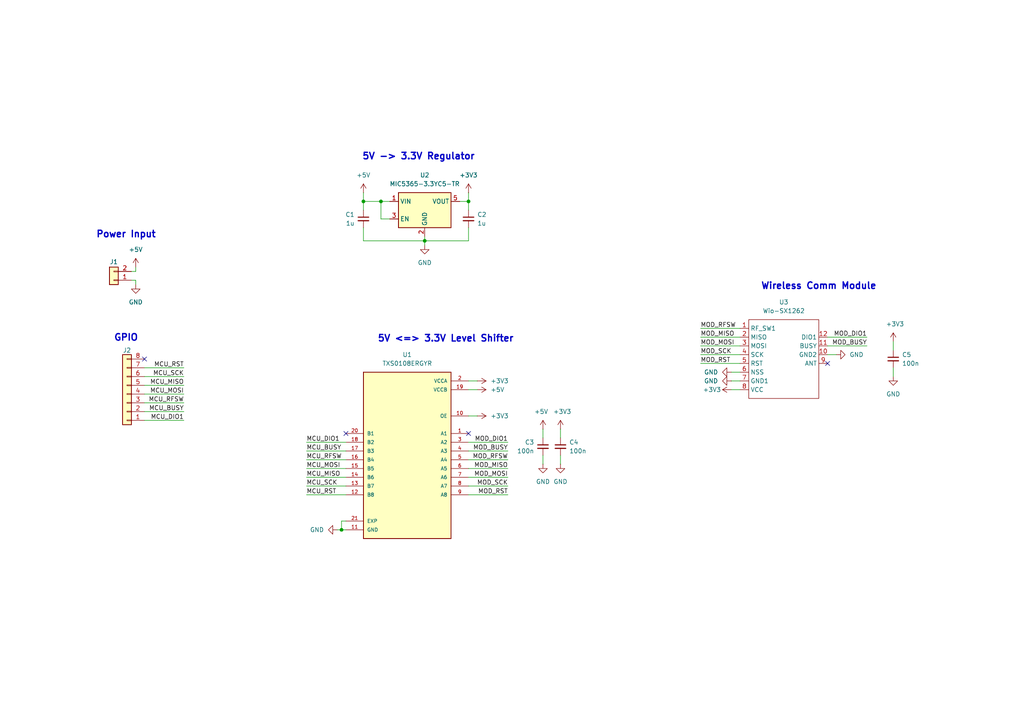
<source format=kicad_sch>
(kicad_sch (version 20250114) (generator "eeschema") (generator_version "9.0")
  (paper "A4")
  (title_block (title "Wireless Communication Unit") (date "2026-02-12") (rev "A") (company "Ryan Hausmann") (comment 1 "Rowan Motorsports"))
  (lib_symbols
    (symbol "Connector_Generic:Conn_01x02" (pin_names (offset 1.016) (hide yes))
      (property "Reference" "J" (at 0 2.54 0))
      (property "Value" "Conn_01x02" (at 0 -5.08 0))
      (symbol "Conn_01x02_1_1"
        (rectangle (start -1.27 1.27) (end 1.27 -3.81) (stroke (width 0.254)) (fill (type background)))
        (rectangle (start -1.27 0.127) (end 0 -0.127) (stroke (width 0.1524)))
        (rectangle (start -1.27 -2.413) (end 0 -2.667) (stroke (width 0.1524)))
        (pin passive line (at -5.08 0 0) (length 3.81) (name "Pin_1") (number "1"))
        (pin passive line (at -5.08 -2.54 0) (length 3.81) (name "Pin_2") (number "2"))
      )
    )
    (symbol "Connector_Generic:Conn_01x08" (pin_names (offset 1.016) (hide yes))
      (property "Reference" "J" (at 0 10.16 0))
      (property "Value" "Conn_01x08" (at 0 -12.7 0))
      (symbol "Conn_01x08_1_1"
        (rectangle (start -1.27 8.89) (end 1.27 -11.43) (stroke (width 0.254)) (fill (type background)))
        (rectangle (start -1.27 7.747) (end 0 7.493) (stroke (width 0.1524)))
        (rectangle (start -1.27 5.207) (end 0 4.953) (stroke (width 0.1524)))
        (rectangle (start -1.27 2.667) (end 0 2.413) (stroke (width 0.1524)))
        (rectangle (start -1.27 0.127) (end 0 -0.127) (stroke (width 0.1524)))
        (rectangle (start -1.27 -2.413) (end 0 -2.667) (stroke (width 0.1524)))
        (rectangle (start -1.27 -4.953) (end 0 -5.207) (stroke (width 0.1524)))
        (rectangle (start -1.27 -7.493) (end 0 -7.747) (stroke (width 0.1524)))
        (rectangle (start -1.27 -10.033) (end 0 -10.287) (stroke (width 0.1524)))
        (pin passive line (at -5.08 7.62 0) (length 3.81) (name "Pin_1") (number "1"))
        (pin passive line (at -5.08 5.08 0) (length 3.81) (name "Pin_2") (number "2"))
        (pin passive line (at -5.08 2.54 0) (length 3.81) (name "Pin_3") (number "3"))
        (pin passive line (at -5.08 0 0) (length 3.81) (name "Pin_4") (number "4"))
        (pin passive line (at -5.08 -2.54 0) (length 3.81) (name "Pin_5") (number "5"))
        (pin passive line (at -5.08 -5.08 0) (length 3.81) (name "Pin_6") (number "6"))
        (pin passive line (at -5.08 -7.62 0) (length 3.81) (name "Pin_7") (number "7"))
        (pin passive line (at -5.08 -10.16 0) (length 3.81) (name "Pin_8") (number "8"))
      )
    )
    (symbol "Device:C_Small" (pin_numbers (hide yes)) (pin_names (offset 0.254) (hide yes))
      (property "Reference" "C" (at 0.254 1.778 0))
      (property "Value" "C_Small" (at 0.254 -2.032 0))
      (symbol "C_Small_0_1"
        (polyline (pts (xy -1.524 0.508) (xy 1.524 0.508)) (stroke (width 0.3048)))
        (polyline (pts (xy -1.524 -0.508) (xy 1.524 -0.508)) (stroke (width 0.3302)))
      )
      (symbol "C_Small_1_1"
        (pin passive line (at 0 2.54 270) (length 2.032) (name "~") (number "1"))
        (pin passive line (at 0 -2.54 90) (length 2.032) (name "~") (number "2"))
      )
    )
    (symbol "Regulator_Linear:MIC5365-3.3YC5"
      (property "Reference" "U" (at -6.35 6.35 0))
      (property "Value" "MIC5365-3.3YC5" (at 0 6.35 0))
      (symbol "MIC5365-3.3YC5_0_1"
        (rectangle (start -7.62 -5.08) (end 7.62 5.08) (stroke (width 0.254)) (fill (type background)))
      )
      (symbol "MIC5365-3.3YC5_1_1"
        (pin power_in line (at -10.16 2.54 0) (length 2.54) (name "VIN") (number "1"))
        (pin input line (at -10.16 -2.54 0) (length 2.54) (name "EN") (number "3"))
        (pin power_in line (at 0 -7.62 90) (length 2.54) (name "GND") (number "2"))
        (pin no_connect line (at 7.62 -2.54 180) (length 2.54) (hide yes) (name "NC") (number "4"))
        (pin power_out line (at 10.16 2.54 180) (length 2.54) (name "VOUT") (number "5"))
      )
    )
    (symbol "TXS0108ERGYR:TXS0108ERGYR" (pin_names (offset 1.016))
      (property "Reference" "U" (at -12.7 23.86 0))
      (property "Value" "TXS0108ERGYR" (at -12.7 -27.94 0))
      (symbol "TXS0108ERGYR_0_0"
        (rectangle (start -12.7 -25.4) (end 12.7 22.86) (stroke (width 0.254)) (fill (type background)))
        (pin power_in line (at -17.78 20.32 0) (length 5.08) (name "VCCA") (number "2"))
        (pin power_in line (at -17.78 17.78 0) (length 5.08) (name "VCCB") (number "19"))
        (pin input line (at -17.78 10.16 0) (length 5.08) (name "OE") (number "10"))
        (pin bidirectional line (at -17.78 5.08 0) (length 5.08) (name "A1") (number "1"))
        (pin bidirectional line (at -17.78 2.54 0) (length 5.08) (name "A2") (number "3"))
        (pin bidirectional line (at -17.78 0 0) (length 5.08) (name "A3") (number "4"))
        (pin bidirectional line (at -17.78 -2.54 0) (length 5.08) (name "A4") (number "5"))
        (pin bidirectional line (at -17.78 -5.08 0) (length 5.08) (name "A5") (number "6"))
        (pin bidirectional line (at -17.78 -7.62 0) (length 5.08) (name "A6") (number "7"))
        (pin bidirectional line (at -17.78 -10.16 0) (length 5.08) (name "A7") (number "8"))
        (pin bidirectional line (at -17.78 -12.7 0) (length 5.08) (name "A8") (number "9"))
        (pin bidirectional line (at 17.78 5.08 180) (length 5.08) (name "B1") (number "20"))
        (pin bidirectional line (at 17.78 2.54 180) (length 5.08) (name "B2") (number "18"))
        (pin bidirectional line (at 17.78 0 180) (length 5.08) (name "B3") (number "17"))
        (pin bidirectional line (at 17.78 -2.54 180) (length 5.08) (name "B4") (number "16"))
        (pin bidirectional line (at 17.78 -5.08 180) (length 5.08) (name "B5") (number "15"))
        (pin bidirectional line (at 17.78 -7.62 180) (length 5.08) (name "B6") (number "14"))
        (pin bidirectional line (at 17.78 -10.16 180) (length 5.08) (name "B7") (number "13"))
        (pin bidirectional line (at 17.78 -12.7 180) (length 5.08) (name "B8") (number "12"))
        (pin power_in line (at 17.78 -20.32 180) (length 5.08) (name "EXP") (number "21"))
        (pin power_in line (at 17.78 -22.86 180) (length 5.08) (name "GND") (number "11"))
      )
    )
    (symbol "Wio-SX1262:MODULE-WIO-SX1262"
      (property "Reference" "U" (at -9.652 12.954 0))
      (property "Value" "Value" (at -7.62 11.176 0))
      (symbol "MODULE-WIO-SX1262_0_1"
        (rectangle (start -10.16 10.16) (end 10.16 -12.7))
      )
      (symbol "MODULE-WIO-SX1262_1_1"
        (pin passive line (at -12.7 7.62 0) (length 2.54) (name "RF_SW1") (number "1"))
        (pin passive line (at -12.7 5.08 0) (length 2.54) (name "MISO") (number "2"))
        (pin passive line (at -12.7 2.54 0) (length 2.54) (name "MOSI") (number "3"))
        (pin passive line (at -12.7 0 0) (length 2.54) (name "SCK") (number "4"))
        (pin passive line (at -12.7 -2.54 0) (length 2.54) (name "RST") (number "5"))
        (pin passive line (at -12.7 -5.08 0) (length 2.54) (name "NSS") (number "6"))
        (pin passive line (at -12.7 -7.62 0) (length 2.54) (name "GND1") (number "7"))
        (pin passive line (at -12.7 -10.16 0) (length 2.54) (name "VCC") (number "8"))
        (pin passive line (at 12.7 5.08 180) (length 2.54) (name "DIO1") (number "12"))
        (pin passive line (at 12.7 2.54 180) (length 2.54) (name "BUSY") (number "11"))
        (pin passive line (at 12.7 0 180) (length 2.54) (name "GND2") (number "10"))
        (pin passive line (at 12.7 -2.54 180) (length 2.54) (name "ANT") (number "9"))
      )
    )
    (symbol "power:+3V3" (power) (pin_numbers (hide yes)) (pin_names (offset 0) (hide yes))
      (property "Value" "+3V3" (at 0 3.556 0))
      (symbol "+3V3_0_1"
        (polyline (pts (xy -0.762 1.27) (xy 0 2.54)))
        (polyline (pts (xy 0 2.54) (xy 0.762 1.27)))
        (polyline (pts (xy 0 0) (xy 0 2.54)))
      )
      (symbol "+3V3_1_1"
        (pin power_in line (at 0 0 90) (length 0) (name "~") (number "1"))
      )
    )
    (symbol "power:+5V" (power) (pin_numbers (hide yes)) (pin_names (offset 0) (hide yes))
      (property "Value" "+5V" (at 0 3.556 0))
      (symbol "+5V_0_1"
        (polyline (pts (xy -0.762 1.27) (xy 0 2.54)))
        (polyline (pts (xy 0 2.54) (xy 0.762 1.27)))
        (polyline (pts (xy 0 0) (xy 0 2.54)))
      )
      (symbol "+5V_1_1"
        (pin power_in line (at 0 0 90) (length 0) (name "~") (number "1"))
      )
    )
    (symbol "power:GND" (power) (pin_numbers (hide yes)) (pin_names (offset 0) (hide yes))
      (property "Value" "GND" (at 0 -3.81 0))
      (symbol "GND_0_1"
        (polyline (pts (xy 0 0) (xy 0 -1.27) (xy 1.27 -1.27) (xy 0 -2.54) (xy -1.27 -1.27) (xy 0 -1.27)))
      )
      (symbol "GND_1_1"
        (pin power_in line (at 0 0 270) (length 0) (name "~") (number "1"))
      )
    )
  )
  (text "5V -> 3.3V Regulator" (at 121.412 45.466 0) (effects (font (size 1.905 1.905) (thickness 0.381) (bold yes))))
  (text "Wireless Comm Module" (at 237.49 83.058 0) (effects (font (size 1.905 1.905) (thickness 0.381) (bold yes))))
  (text "5V <=> 3.3V Level Shifter" (at 129.286 98.298 0) (effects (font (size 1.905 1.905) (thickness 0.381) (bold yes))))
  (text "Power Input" (at 36.576 68.072 0) (effects (font (size 1.905 1.905) (thickness 0.381) (bold yes))))
  (text "GPIO" (at 36.576 98.044 0) (effects (font (size 1.905 1.905) (thickness 0.381) (bold yes))))
  (junction (at 123.19 69.85))
  (junction (at 110.49 58.42))
  (junction (at 99.06 153.67))
  (junction (at 105.41 58.42))
  (junction (at 135.89 58.42))
  (no_connect (at 240.03 105.41))
  (no_connect (at 135.89 125.73))
  (no_connect (at 41.91 104.14))
  (no_connect (at 100.33 125.73))
  (wire (pts (xy 212.09 107.95) (xy 214.63 107.95)))
  (wire (pts (xy 123.19 68.58) (xy 123.19 69.85)))
  (wire (pts (xy 138.43 120.65) (xy 135.89 120.65)))
  (wire (pts (xy 135.89 55.88) (xy 135.89 58.42)))
  (wire (pts (xy 123.19 69.85) (xy 123.19 71.12)))
  (wire (pts (xy 88.9 128.27) (xy 100.33 128.27)))
  (wire (pts (xy 38.1 78.74) (xy 39.37 78.74)))
  (wire (pts (xy 147.32 128.27) (xy 135.89 128.27)))
  (wire (pts (xy 99.06 151.13) (xy 100.33 151.13)))
  (wire (pts (xy 203.2 95.25) (xy 214.63 95.25)))
  (wire (pts (xy 203.2 97.79) (xy 214.63 97.79)))
  (wire (pts (xy 147.32 130.81) (xy 135.89 130.81)))
  (wire (pts (xy 99.06 153.67) (xy 99.06 151.13)))
  (wire (pts (xy 53.34 114.3) (xy 41.91 114.3)))
  (wire (pts (xy 41.91 106.68) (xy 53.34 106.68)))
  (wire (pts (xy 105.41 58.42) (xy 105.41 60.96)))
  (wire (pts (xy 203.2 100.33) (xy 214.63 100.33)))
  (wire (pts (xy 240.03 97.79) (xy 251.46 97.79)))
  (wire (pts (xy 135.89 58.42) (xy 133.35 58.42)))
  (wire (pts (xy 105.41 55.88) (xy 105.41 58.42)))
  (wire (pts (xy 41.91 109.22) (xy 53.34 109.22)))
  (wire (pts (xy 88.9 143.51) (xy 100.33 143.51)))
  (wire (pts (xy 135.89 60.96) (xy 135.89 58.42)))
  (wire (pts (xy 110.49 58.42) (xy 110.49 63.5)))
  (wire (pts (xy 147.32 133.35) (xy 135.89 133.35)))
  (wire (pts (xy 41.91 121.92) (xy 53.34 121.92)))
  (wire (pts (xy 259.08 99.06) (xy 259.08 101.6)))
  (wire (pts (xy 259.08 106.68) (xy 259.08 109.22)))
  (wire (pts (xy 41.91 111.76) (xy 53.34 111.76)))
  (wire (pts (xy 147.32 135.89) (xy 135.89 135.89)))
  (wire (pts (xy 147.32 143.51) (xy 135.89 143.51)))
  (wire (pts (xy 88.9 135.89) (xy 100.33 135.89)))
  (wire (pts (xy 88.9 133.35) (xy 100.33 133.35)))
  (wire (pts (xy 138.43 113.03) (xy 135.89 113.03)))
  (wire (pts (xy 138.43 110.49) (xy 135.89 110.49)))
  (wire (pts (xy 88.9 138.43) (xy 100.33 138.43)))
  (wire (pts (xy 39.37 77.47) (xy 39.37 78.74)))
  (wire (pts (xy 100.33 153.67) (xy 99.06 153.67)))
  (wire (pts (xy 135.89 66.04) (xy 135.89 69.85)))
  (wire (pts (xy 88.9 130.81) (xy 100.33 130.81)))
  (wire (pts (xy 240.03 100.33) (xy 251.46 100.33)))
  (wire (pts (xy 157.48 124.46) (xy 157.48 127)))
  (wire (pts (xy 212.09 113.03) (xy 214.63 113.03)))
  (wire (pts (xy 110.49 58.42) (xy 105.41 58.42)))
  (wire (pts (xy 39.37 82.55) (xy 39.37 81.28)))
  (wire (pts (xy 147.32 140.97) (xy 135.89 140.97)))
  (wire (pts (xy 38.1 81.28) (xy 39.37 81.28)))
  (wire (pts (xy 105.41 69.85) (xy 123.19 69.85)))
  (wire (pts (xy 203.2 105.41) (xy 214.63 105.41)))
  (wire (pts (xy 113.03 58.42) (xy 110.49 58.42)))
  (wire (pts (xy 162.56 132.08) (xy 162.56 134.62)))
  (wire (pts (xy 113.03 63.5) (xy 110.49 63.5)))
  (wire (pts (xy 157.48 132.08) (xy 157.48 134.62)))
  (wire (pts (xy 203.2 102.87) (xy 214.63 102.87)))
  (wire (pts (xy 212.09 110.49) (xy 214.63 110.49)))
  (wire (pts (xy 162.56 124.46) (xy 162.56 127)))
  (wire (pts (xy 105.41 66.04) (xy 105.41 69.85)))
  (wire (pts (xy 88.9 140.97) (xy 100.33 140.97)))
  (wire (pts (xy 99.06 153.67) (xy 97.79 153.67)))
  (wire (pts (xy 53.34 119.38) (xy 41.91 119.38)))
  (wire (pts (xy 240.03 102.87) (xy 242.57 102.87)))
  (wire (pts (xy 135.89 69.85) (xy 123.19 69.85)))
  (wire (pts (xy 53.34 116.84) (xy 41.91 116.84)))
  (wire (pts (xy 147.32 138.43) (xy 135.89 138.43)))
  (label "MCU_RST" (at 88.9 143.51 0))
  (label "MOD_MOSI" (at 203.2 100.33 0))
  (label "MCU_SCK" (at 53.34 109.22 180))
  (label "MOD_BUSY" (at 251.46 100.33 180))
  (label "MOD_RST" (at 203.2 105.41 0))
  (label "MCU_DIO1" (at 88.9 128.27 0))
  (label "MOD_DIO1" (at 251.46 97.79 180))
  (label "MCU_RST" (at 53.34 106.68 180))
  (label "MCU_MISO" (at 88.9 138.43 0))
  (label "MCU_MOSI" (at 88.9 135.89 0))
  (label "MCU_DIO1" (at 53.34 121.92 180))
  (label "MOD_MISO" (at 147.32 135.89 180))
  (label "MCU_RFSW" (at 88.9 133.35 0))
  (label "MCU_MISO" (at 53.34 111.76 180))
  (label "MOD_DIO1" (at 147.32 128.27 180))
  (label "MCU_RFSW" (at 53.34 116.84 180))
  (label "MCU_BUSY" (at 88.9 130.81 0))
  (label "MCU_MOSI" (at 53.34 114.3 180))
  (label "MOD_MOSI" (at 147.32 138.43 180))
  (label "MCU_BUSY" (at 53.34 119.38 180))
  (label "MOD_MISO" (at 203.2 97.79 0))
  (label "MOD_RST" (at 147.32 143.51 180))
  (label "MOD_RFSW" (at 147.32 133.35 180))
  (label "MOD_SCK" (at 203.2 102.87 0))
  (label "MOD_RFSW" (at 203.2 95.25 0))
  (label "MOD_SCK" (at 147.32 140.97 180))
  (label "MCU_SCK" (at 88.9 140.97 0))
  (label "MOD_BUSY" (at 147.32 130.81 180))
  (symbol (lib_id "power:GND") (at 162.56 134.62 0) (mirror y) (unit 1)
    (property "Reference" "#PWR013" (effects (hide yes)))
    (property "Value" "GND" (at 162.56 139.7 0))
    (property "Description" "Power symbol creates a global label with name \"GND\" , ground" (effects (hide yes)))
  )
  (symbol (lib_id "Regulator_Linear:MIC5365-3.3YC5") (at 123.19 60.96 0) (unit 1)
    (property "Reference" "U2" (at 123.19 50.8 0))
    (property "Value" "MIC5365-3.3YC5-TR" (at 123.19 53.34 0))
    (property "Footprint" "Package_TO_SOT_SMD:SOT-353_SC-70-5" (effects (hide yes)))
    (property "Datasheet" "https://ww1.microchip.com/downloads/aemDocuments/documents/APID/ProductDocuments/DataSheets/MIC5365-6-High-Performance-Single-150mA-LDO-DS20006605A.pdf" (effects (hide yes)))
    (property "Description" "150mA Low-dropout Voltage Regulator, Vout 3.3V, Vin up to 5.5V, SC-70-5" (effects (hide yes)))
  )
  (symbol (lib_id "power:GND") (at 39.37 82.55 0) (unit 1)
    (property "Reference" "#PWR02" (effects (hide yes)))
    (property "Value" "GND" (at 39.37 87.63 0))
    (property "Description" "Power symbol creates a global label with name \"GND\" , ground" (effects (hide yes)))
  )
  (symbol (lib_id "power:+3V3") (at 212.09 113.03 90) (unit 1)
    (property "Reference" "#PWR016" (effects (hide yes)))
    (property "Value" "+3V3" (at 206.502 113.03 90))
    (property "Description" "Power symbol creates a global label with name \"+3V3\"" (effects (hide yes)))
  )
  (symbol (lib_id "Connector_Generic:Conn_01x02") (at 33.02 81.28 180) (unit 1)
    (property "Reference" "J1" (at 33.02 75.946 0))
    (property "Value" "Conn_01x02" (effects (hide yes)))
    (property "Footprint" "Connector_PinSocket_1.27mm:PinSocket_1x02_P1.27mm_Vertical" (effects (hide yes)))
    (property "Description" "Generic connector, single row, 01x02, script generated (kicad-library-utils/schlib/autogen/connector/)" (effects (hide yes)))
  )
  (symbol (lib_id "TXS0108ERGYR:TXS0108ERGYR") (at 118.11 130.81 0) (mirror y) (unit 1)
    (property "Reference" "U1" (at 118.11 102.87 0))
    (property "Value" "TXS0108ERGYR" (at 118.11 105.41 0))
    (property "Footprint" "TXS0108ERGYR:IC_TXS0108ERGYR" (effects (hide yes)))
    (property "PARTREV" "H" (effects (hide yes)))
    (property "STANDARD" "Manufacturer Recommendations" (effects (hide yes)))
    (property "MAXIMUM_PACKAGE_HEIGHT" "1 mm" (effects (hide yes)))
    (property "MANUFACTURER" "Texas Instruments" (effects (hide yes)))
  )
  (symbol (lib_id "Connector_Generic:Conn_01x08") (at 36.83 114.3 180) (unit 1)
    (property "Reference" "J2" (at 36.83 101.6 0))
    (property "Value" "Conn_01x08" (effects (hide yes)))
    (property "Footprint" "Connector_PinSocket_1.27mm:PinSocket_1x08_P1.27mm_Vertical" (effects (hide yes)))
    (property "Description" "Generic connector, single row, 01x08, script generated (kicad-library-utils/schlib/autogen/connector/)" (effects (hide yes)))
  )
  (symbol (lib_id "power:+3V3") (at 259.08 99.06 0) (unit 1)
    (property "Reference" "#PWR018" (effects (hide yes)))
    (property "Value" "+3V3" (at 259.588 93.98 0))
    (property "Description" "Power symbol creates a global label with name \"+3V3\"" (effects (hide yes)))
  )
  (symbol (lib_id "power:GND") (at 259.08 109.22 0) (mirror y) (unit 1)
    (property "Reference" "#PWR019" (effects (hide yes)))
    (property "Value" "GND" (at 259.08 114.3 0))
    (property "Description" "Power symbol creates a global label with name \"GND\" , ground" (effects (hide yes)))
  )
  (symbol (lib_id "power:+3V3") (at 135.89 55.88 0) (unit 1)
    (property "Reference" "#PWR08" (effects (hide yes)))
    (property "Value" "+3V3" (at 135.89 50.8 0))
    (property "Description" "Power symbol creates a global label with name \"+3V3\"" (effects (hide yes)))
  )
  (symbol (lib_id "Wio-SX1262:MODULE-WIO-SX1262") (at 227.33 102.87 0) (unit 1)
    (property "Reference" "U3" (at 227.33 87.63 0))
    (property "Value" "Wio-SX1262" (at 227.33 90.17 0))
    (property "Footprint" "Wio-SX1262:Wio-SX1262 PCB Package" (effects (hide yes)))
  )
  (symbol (lib_id "Device:C_Small") (at 135.89 63.5 0) (mirror y) (unit 1)
    (property "Reference" "C2" (at 138.43 62.2362 0) (effects (justify right)))
    (property "Value" "1u" (at 138.43 64.7762 0) (effects (justify right)))
    (property "Footprint" "Capacitor_SMD:C_0402_1005Metric" (effects (hide yes)))
    (property "Description" "Unpolarized capacitor, small symbol" (effects (hide yes)))
  )
  (symbol (lib_id "power:+5V") (at 39.37 77.47 0) (unit 1)
    (property "Reference" "#PWR01" (effects (hide yes)))
    (property "Value" "+5V" (at 39.37 72.39 0))
    (property "Description" "Power symbol creates a global label with name \"+5V\"" (effects (hide yes)))
  )
  (symbol (lib_id "power:+3V3") (at 138.43 120.65 270) (mirror x) (unit 1)
    (property "Reference" "#PWR05" (effects (hide yes)))
    (property "Value" "+3V3" (at 142.24 120.6499 90) (effects (justify left)))
    (property "Description" "Power symbol creates a global label with name \"+3V3\"" (effects (hide yes)))
  )
  (symbol (lib_id "power:GND") (at 242.57 102.87 90) (unit 1)
    (property "Reference" "#PWR017" (effects (hide yes)))
    (property "Value" "GND" (at 246.38 102.8699 90) (effects (justify right)))
    (property "Description" "Power symbol creates a global label with name \"GND\" , ground" (effects (hide yes)))
  )
  (symbol (lib_id "power:+3V3") (at 162.56 124.46 0) (unit 1)
    (property "Reference" "#PWR012" (effects (hide yes)))
    (property "Value" "+3V3" (at 163.068 119.38 0))
    (property "Description" "Power symbol creates a global label with name \"+3V3\"" (effects (hide yes)))
  )
  (symbol (lib_id "Device:C_Small") (at 105.41 63.5 0) (unit 1)
    (property "Reference" "C1" (at 102.87 62.2362 0) (effects (justify right)))
    (property "Value" "1u" (at 102.87 64.7762 0) (effects (justify right)))
    (property "Footprint" "Capacitor_SMD:C_0402_1005Metric" (effects (hide yes)))
    (property "Description" "Unpolarized capacitor, small symbol" (effects (hide yes)))
  )
  (symbol (lib_id "power:+3V3") (at 138.43 110.49 270) (mirror x) (unit 1)
    (property "Reference" "#PWR03" (effects (hide yes)))
    (property "Value" "+3V3" (at 142.24 110.4899 90) (effects (justify left)))
    (property "Description" "Power symbol creates a global label with name \"+3V3\"" (effects (hide yes)))
  )
  (symbol (lib_id "power:+5V") (at 138.43 113.03 270) (mirror x) (unit 1)
    (property "Reference" "#PWR04" (effects (hide yes)))
    (property "Value" "+5V" (at 142.24 113.0299 90) (effects (justify left)))
    (property "Description" "Power symbol creates a global label with name \"+5V\"" (effects (hide yes)))
  )
  (symbol (lib_id "Device:C_Small") (at 259.08 104.14 0) (mirror y) (unit 1)
    (property "Reference" "C5" (at 261.62 102.8762 0) (effects (justify right)))
    (property "Value" "100n" (at 261.62 105.4162 0) (effects (justify right)))
    (property "Footprint" "Capacitor_SMD:C_0402_1005Metric" (effects (hide yes)))
    (property "Description" "Unpolarized capacitor, small symbol" (effects (hide yes)))
  )
  (symbol (lib_id "power:GND") (at 157.48 134.62 0) (unit 1)
    (property "Reference" "#PWR011" (effects (hide yes)))
    (property "Value" "GND" (at 157.48 139.7 0))
    (property "Description" "Power symbol creates a global label with name \"GND\" , ground" (effects (hide yes)))
  )
  (symbol (lib_id "power:+5V") (at 105.41 55.88 0) (unit 1)
    (property "Reference" "#PWR06" (effects (hide yes)))
    (property "Value" "+5V" (at 105.41 50.8 0))
    (property "Description" "Power symbol creates a global label with name \"+5V\"" (effects (hide yes)))
  )
  (symbol (lib_id "power:+5V") (at 157.48 124.46 0) (unit 1)
    (property "Reference" "#PWR010" (effects (hide yes)))
    (property "Value" "+5V" (at 156.972 119.38 0))
    (property "Description" "Power symbol creates a global label with name \"+5V\"" (effects (hide yes)))
  )
  (symbol (lib_id "power:GND") (at 123.19 71.12 0) (unit 1)
    (property "Reference" "#PWR07" (effects (hide yes)))
    (property "Value" "GND" (at 123.19 76.2 0))
    (property "Description" "Power symbol creates a global label with name \"GND\" , ground" (effects (hide yes)))
  )
  (symbol (lib_id "Device:C_Small") (at 157.48 129.54 0) (unit 1)
    (property "Reference" "C3" (at 154.94 128.2762 0) (effects (justify right)))
    (property "Value" "100n" (at 154.94 130.8162 0) (effects (justify right)))
    (property "Footprint" "Capacitor_SMD:C_0402_1005Metric" (effects (hide yes)))
    (property "Description" "Unpolarized capacitor, small symbol" (effects (hide yes)))
  )
  (symbol (lib_id "power:GND") (at 212.09 110.49 270) (unit 1)
    (property "Reference" "#PWR015" (effects (hide yes)))
    (property "Value" "GND" (at 208.28 110.4899 90) (effects (justify right)))
    (property "Description" "Power symbol creates a global label with name \"GND\" , ground" (effects (hide yes)))
  )
  (symbol (lib_id "power:GND") (at 97.79 153.67 270) (mirror x) (unit 1)
    (property "Reference" "#PWR09" (effects (hide yes)))
    (property "Value" "GND" (at 93.98 153.6699 90) (effects (justify right)))
    (property "Description" "Power symbol creates a global label with name \"GND\" , ground" (effects (hide yes)))
  )
  (symbol (lib_id "Device:C_Small") (at 162.56 129.54 0) (mirror y) (unit 1)
    (property "Reference" "C4" (at 165.1 128.2762 0) (effects (justify right)))
    (property "Value" "100n" (at 165.1 130.8162 0) (effects (justify right)))
    (property "Footprint" "Capacitor_SMD:C_0402_1005Metric" (effects (hide yes)))
    (property "Description" "Unpolarized capacitor, small symbol" (effects (hide yes)))
  )
  (symbol (lib_id "power:GND") (at 212.09 107.95 270) (unit 1)
    (property "Reference" "#PWR014" (effects (hide yes)))
    (property "Value" "GND" (at 208.28 107.9499 90) (effects (justify right)))
    (property "Description" "Power symbol creates a global label with name \"GND\" , ground" (effects (hide yes)))
  )
)
</source>
